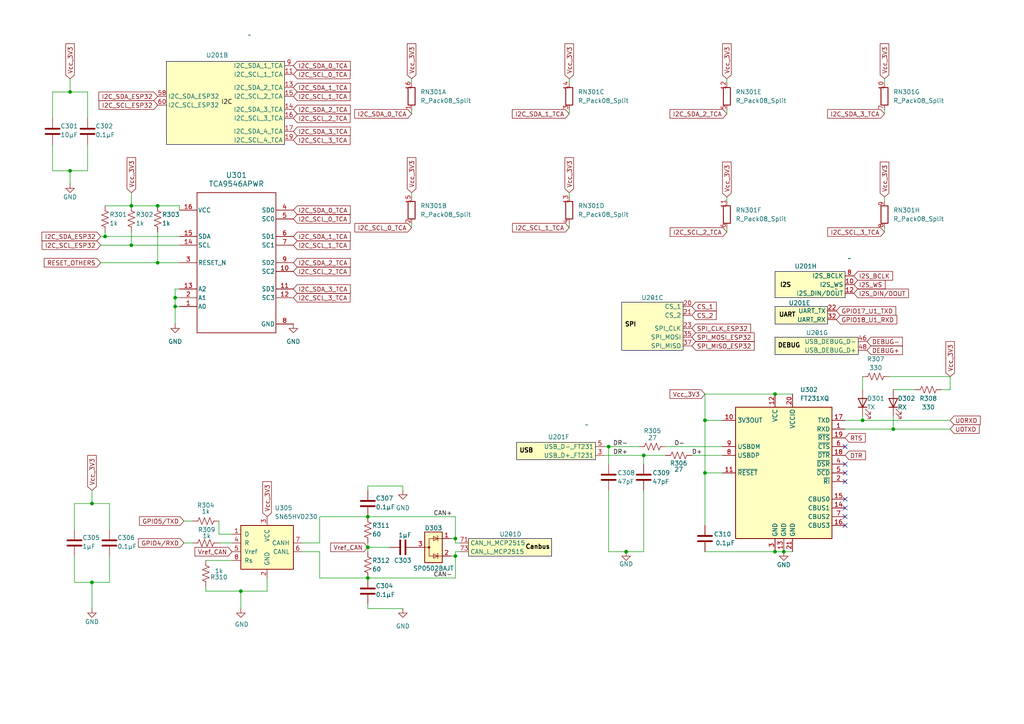
<source format=kicad_sch>
(kicad_sch (version 20231120) (generator "eeschema") (generator_version "8.0")
  (paper "A4")
  (junction (at 181.61 160.02))
  (junction (at 26.67 168.91))
  (junction (at 45.72 76.2))
  (junction (at 227.33 160.02))
  (junction (at 38.1 71.12))
  (junction (at 250.19 121.92))
  (junction (at 259.08 124.46))
  (junction (at 106.68 167.64))
  (junction (at 26.67 146.05))
  (junction (at 224.79 160.02))
  (junction (at 50.8 88.9))
  (junction (at 38.1 59.69))
  (junction (at 20.32 49.53))
  (junction (at 106.68 149.86))
  (junction (at 50.8 86.36))
  (junction (at 224.79 114.3))
  (junction (at 186.69 132.08))
  (junction (at 132.08 161.29))
  (junction (at 20.32 26.67))
  (junction (at 45.72 59.69))
  (junction (at 204.47 137.16))
  (junction (at 204.47 121.92))
  (junction (at 132.08 156.21))
  (junction (at 176.53 129.54))
  (junction (at 69.85 171.45))
  (junction (at 106.68 158.75))
  (junction (at 30.48 68.58))
  (no_connect (at 245.11 147.32))
  (no_connect (at 245.11 139.7))
  (no_connect (at 245.11 144.78))
  (no_connect (at 245.11 129.54))
  (no_connect (at 245.11 149.86))
  (no_connect (at 245.11 134.62))
  (no_connect (at 245.11 152.4))
  (no_connect (at 245.11 137.16))
  (wire (pts (xy 106.68 149.86) (xy 132.08 149.86)))
  (wire (pts (xy 256.54 22.86) (xy 256.54 24.13)))
  (wire (pts (xy 245.11 121.92) (xy 250.19 121.92)))
  (wire (pts (xy 186.69 142.24) (xy 186.69 160.02)))
  (wire (pts (xy 106.68 158.75) (xy 113.03 158.75)))
  (wire (pts (xy 224.79 160.02) (xy 227.33 160.02)))
  (wire (pts (xy 176.53 142.24) (xy 176.53 160.02)))
  (wire (pts (xy 38.1 59.69) (xy 30.48 59.69)))
  (wire (pts (xy 224.79 114.3) (xy 229.87 114.3)))
  (wire (pts (xy 204.47 121.92) (xy 209.55 121.92)))
  (wire (pts (xy 45.72 76.2) (xy 52.07 76.2)))
  (wire (pts (xy 227.33 160.02) (xy 229.87 160.02)))
  (wire (pts (xy 132.08 156.21) (xy 132.08 157.48)))
  (wire (pts (xy 204.47 121.92) (xy 204.47 114.3)))
  (wire (pts (xy 119.38 64.77) (xy 119.38 66.04)))
  (wire (pts (xy 63.5 154.94) (xy 67.31 154.94)))
  (wire (pts (xy 21.59 153.67) (xy 21.59 146.05)))
  (wire (pts (xy 176.53 129.54) (xy 175.26 129.54)))
  (wire (pts (xy 185.42 129.54) (xy 176.53 129.54)))
  (wire (pts (xy 29.21 68.58) (xy 30.48 68.58)))
  (wire (pts (xy 26.67 176.53) (xy 26.67 168.91)))
  (wire (pts (xy 165.1 64.77) (xy 165.1 66.04)))
  (wire (pts (xy 21.59 168.91) (xy 21.59 161.29)))
  (wire (pts (xy 106.68 140.97) (xy 116.84 140.97)))
  (wire (pts (xy 77.47 171.45) (xy 77.47 167.64)))
  (wire (pts (xy 250.19 120.65) (xy 250.19 121.92)))
  (wire (pts (xy 29.21 71.12) (xy 38.1 71.12)))
  (wire (pts (xy 186.69 160.02) (xy 181.61 160.02)))
  (wire (pts (xy 186.69 132.08) (xy 186.69 134.62)))
  (wire (pts (xy 132.08 160.02) (xy 133.35 160.02)))
  (wire (pts (xy 106.68 157.48) (xy 106.68 158.75)))
  (wire (pts (xy 130.81 156.21) (xy 132.08 156.21)))
  (wire (pts (xy 257.81 109.22) (xy 275.59 109.22)))
  (wire (pts (xy 15.24 34.29) (xy 15.24 26.67)))
  (wire (pts (xy 52.07 59.69) (xy 45.72 59.69)))
  (wire (pts (xy 116.84 140.97) (xy 116.84 142.24)))
  (wire (pts (xy 50.8 83.82) (xy 50.8 86.36)))
  (wire (pts (xy 210.82 22.86) (xy 210.82 24.13)))
  (wire (pts (xy 175.26 132.08) (xy 186.69 132.08)))
  (wire (pts (xy 53.34 157.48) (xy 55.88 157.48)))
  (wire (pts (xy 200.66 132.08) (xy 209.55 132.08)))
  (wire (pts (xy 87.63 157.48) (xy 92.71 157.48)))
  (wire (pts (xy 21.59 146.05) (xy 26.67 146.05)))
  (wire (pts (xy 30.48 67.31) (xy 30.48 68.58)))
  (wire (pts (xy 106.68 142.24) (xy 106.68 140.97)))
  (wire (pts (xy 55.88 151.13) (xy 53.34 151.13)))
  (wire (pts (xy 38.1 67.31) (xy 38.1 71.12)))
  (wire (pts (xy 132.08 157.48) (xy 133.35 157.48)))
  (wire (pts (xy 193.04 129.54) (xy 209.55 129.54)))
  (wire (pts (xy 26.67 168.91) (xy 31.75 168.91)))
  (wire (pts (xy 52.07 83.82) (xy 50.8 83.82)))
  (wire (pts (xy 20.32 26.67) (xy 25.4 26.67)))
  (wire (pts (xy 25.4 26.67) (xy 25.4 34.29)))
  (wire (pts (xy 250.19 121.92) (xy 275.59 121.92)))
  (wire (pts (xy 130.81 161.29) (xy 132.08 161.29)))
  (wire (pts (xy 275.59 113.03) (xy 273.05 113.03)))
  (wire (pts (xy 106.68 158.75) (xy 106.68 160.02)))
  (wire (pts (xy 69.85 171.45) (xy 77.47 171.45)))
  (wire (pts (xy 50.8 93.98) (xy 50.8 88.9)))
  (wire (pts (xy 275.59 109.22) (xy 275.59 113.03)))
  (wire (pts (xy 31.75 161.29) (xy 31.75 168.91)))
  (wire (pts (xy 259.08 120.65) (xy 259.08 124.46)))
  (wire (pts (xy 50.8 86.36) (xy 52.07 86.36)))
  (wire (pts (xy 106.68 176.53) (xy 106.68 175.26)))
  (wire (pts (xy 92.71 167.64) (xy 106.68 167.64)))
  (wire (pts (xy 50.8 88.9) (xy 52.07 88.9)))
  (wire (pts (xy 69.85 176.53) (xy 69.85 171.45)))
  (wire (pts (xy 21.59 168.91) (xy 26.67 168.91)))
  (wire (pts (xy 30.48 68.58) (xy 52.07 68.58)))
  (wire (pts (xy 38.1 71.12) (xy 52.07 71.12)))
  (wire (pts (xy 256.54 66.04) (xy 256.54 67.31)))
  (wire (pts (xy 176.53 129.54) (xy 176.53 134.62)))
  (wire (pts (xy 15.24 26.67) (xy 20.32 26.67)))
  (wire (pts (xy 52.07 60.96) (xy 52.07 59.69)))
  (wire (pts (xy 15.24 49.53) (xy 15.24 41.91)))
  (wire (pts (xy 20.32 49.53) (xy 25.4 49.53)))
  (wire (pts (xy 45.72 67.31) (xy 45.72 76.2)))
  (wire (pts (xy 59.69 170.18) (xy 59.69 171.45)))
  (wire (pts (xy 59.69 171.45) (xy 69.85 171.45)))
  (wire (pts (xy 92.71 160.02) (xy 92.71 167.64)))
  (wire (pts (xy 20.32 49.53) (xy 15.24 49.53)))
  (wire (pts (xy 116.84 176.53) (xy 106.68 176.53)))
  (wire (pts (xy 106.68 167.64) (xy 132.08 167.64)))
  (wire (pts (xy 165.1 31.75) (xy 165.1 33.02)))
  (wire (pts (xy 132.08 149.86) (xy 132.08 156.21)))
  (wire (pts (xy 38.1 55.88) (xy 38.1 59.69)))
  (wire (pts (xy 63.5 157.48) (xy 67.31 157.48)))
  (wire (pts (xy 119.38 55.88) (xy 119.38 57.15)))
  (wire (pts (xy 210.82 57.15) (xy 210.82 58.42)))
  (wire (pts (xy 63.5 151.13) (xy 63.5 154.94)))
  (wire (pts (xy 119.38 22.86) (xy 119.38 24.13)))
  (wire (pts (xy 45.72 59.69) (xy 38.1 59.69)))
  (wire (pts (xy 26.67 142.24) (xy 26.67 146.05)))
  (wire (pts (xy 119.38 31.75) (xy 119.38 33.02)))
  (wire (pts (xy 256.54 31.75) (xy 256.54 33.02)))
  (wire (pts (xy 20.32 22.86) (xy 20.32 26.67)))
  (wire (pts (xy 26.67 146.05) (xy 31.75 146.05)))
  (wire (pts (xy 45.72 76.2) (xy 29.21 76.2)))
  (wire (pts (xy 204.47 114.3) (xy 224.79 114.3)))
  (wire (pts (xy 92.71 157.48) (xy 92.71 149.86)))
  (wire (pts (xy 204.47 137.16) (xy 204.47 152.4)))
  (wire (pts (xy 59.69 162.56) (xy 67.31 162.56)))
  (wire (pts (xy 186.69 132.08) (xy 193.04 132.08)))
  (wire (pts (xy 250.19 109.22) (xy 250.19 113.03)))
  (wire (pts (xy 31.75 146.05) (xy 31.75 153.67)))
  (wire (pts (xy 210.82 66.04) (xy 210.82 67.31)))
  (wire (pts (xy 132.08 161.29) (xy 132.08 160.02)))
  (wire (pts (xy 259.08 113.03) (xy 265.43 113.03)))
  (wire (pts (xy 25.4 41.91) (xy 25.4 49.53)))
  (wire (pts (xy 132.08 167.64) (xy 132.08 161.29)))
  (wire (pts (xy 165.1 22.86) (xy 165.1 24.13)))
  (wire (pts (xy 259.08 124.46) (xy 275.59 124.46)))
  (wire (pts (xy 92.71 149.86) (xy 106.68 149.86)))
  (wire (pts (xy 87.63 160.02) (xy 92.71 160.02)))
  (wire (pts (xy 209.55 137.16) (xy 204.47 137.16)))
  (wire (pts (xy 50.8 86.36) (xy 50.8 88.9)))
  (wire (pts (xy 256.54 57.15) (xy 256.54 58.42)))
  (wire (pts (xy 165.1 55.88) (xy 165.1 57.15)))
  (wire (pts (xy 176.53 160.02) (xy 181.61 160.02)))
  (wire (pts (xy 204.47 160.02) (xy 224.79 160.02)))
  (wire (pts (xy 20.32 53.34) (xy 20.32 49.53)))
  (wire (pts (xy 210.82 31.75) (xy 210.82 33.02)))
  (wire (pts (xy 245.11 124.46) (xy 259.08 124.46)))
  (wire (pts (xy 204.47 137.16) (xy 204.47 121.92)))
  (label "CAN+" (at 125.73 149.86 0))
  (label "CAN-" (at 125.73 167.64 0))
  (label "DR-" (at 177.8 129.54 0))
  (label "D+" (at 200.66 132.08 0))
  (label "D-" (at 195.58 129.54 0))
  (label "DR+" (at 177.8 132.08 0))
  (global_label "I2C_SCL_1_TCA" (shape input) (at 85.09 27.94 0) (property "Intersheetrefs" "${INTERSHEET_REFS}" (effects (hide yes))))
  (global_label "I2C_SCL_0_TCA" (shape input) (at 119.38 66.04 180) (property "Intersheetrefs" "${INTERSHEET_REFS}" (effects (hide yes))))
  (global_label "U0TXD" (shape input) (at 275.59 124.46 0) (property "Intersheetrefs" "${INTERSHEET_REFS}" (effects (hide yes))))
  (global_label "Vcc_3V3" (shape input) (at 119.38 55.88 90) (property "Intersheetrefs" "${INTERSHEET_REFS}" (effects (hide yes))))
  (global_label "U0RXD" (shape input) (at 275.59 121.92 0) (property "Intersheetrefs" "${INTERSHEET_REFS}" (effects (hide yes))))
  (global_label "I2C_SCL_1_TCA" (shape input) (at 165.1 66.04 180) (property "Intersheetrefs" "${INTERSHEET_REFS}" (effects (hide yes))))
  (global_label "Vcc_3V3" (shape input) (at 275.59 109.22 90) (property "Intersheetrefs" "${INTERSHEET_REFS}" (effects (hide yes))))
  (global_label "Vcc_3V3" (shape input) (at 256.54 57.15 90) (property "Intersheetrefs" "${INTERSHEET_REFS}" (effects (hide yes))))
  (global_label "RTS" (shape input) (at 245.11 127 0) (property "Intersheetrefs" "${INTERSHEET_REFS}" (effects (hide yes))))
  (global_label "I2C_SDA_0_TCA" (shape input) (at 85.09 60.96 0) (property "Intersheetrefs" "${INTERSHEET_REFS}" (effects (hide yes))))
  (global_label "I2C_SDA_ESP32" (shape input) (at 45.72 27.94 180) (property "Intersheetrefs" "${INTERSHEET_REFS}" (effects (hide yes))))
  (global_label "I2C_SDA_2_TCA" (shape input) (at 210.82 33.02 180) (property "Intersheetrefs" "${INTERSHEET_REFS}" (effects (hide yes))))
  (global_label "Vcc_3V3" (shape input) (at 26.67 142.24 90) (property "Intersheetrefs" "${INTERSHEET_REFS}" (effects (hide yes))))
  (global_label "I2C_SDA_ESP32" (shape input) (at 29.21 68.58 180) (property "Intersheetrefs" "${INTERSHEET_REFS}" (effects (hide yes))))
  (global_label "I2C_SCL_0_TCA" (shape input) (at 85.09 63.5 0) (property "Intersheetrefs" "${INTERSHEET_REFS}" (effects (hide yes))))
  (global_label "Vref_CAN" (shape input) (at 67.31 160.02 180) (property "Intersheetrefs" "${INTERSHEET_REFS}" (effects (hide yes))))
  (global_label "CS_1" (shape input) (at 200.66 88.9 0) (property "Intersheetrefs" "${INTERSHEET_REFS}" (effects (hide yes))))
  (global_label "I2C_SCL_ESP32" (shape input) (at 29.21 71.12 180) (property "Intersheetrefs" "${INTERSHEET_REFS}" (effects (hide yes))))
  (global_label "I2C_SCL_2_TCA" (shape input) (at 210.82 67.31 180) (property "Intersheetrefs" "${INTERSHEET_REFS}" (effects (hide yes))))
  (global_label "I2C_SCL_1_TCA" (shape input) (at 85.09 71.12 0) (property "Intersheetrefs" "${INTERSHEET_REFS}" (effects (hide yes))))
  (global_label "RESET_OTHERS" (shape input) (at 29.21 76.2 180) (property "Intersheetrefs" "${INTERSHEET_REFS}" (effects (hide yes))))
  (global_label "Vcc_3V3" (shape input) (at 204.47 114.3 180) (property "Intersheetrefs" "${INTERSHEET_REFS}" (effects (hide yes))))
  (global_label "I2S_DIN{slash}DOUT" (shape input) (at 247.65 85.09 0) (property "Intersheetrefs" "${INTERSHEET_REFS}" (effects (hide yes))))
  (global_label "I2C_SDA_3_TCA" (shape input) (at 85.09 38.1 0) (property "Intersheetrefs" "${INTERSHEET_REFS}" (effects (hide yes))))
  (global_label "Vcc_3V3" (shape input) (at 77.47 149.86 90) (property "Intersheetrefs" "${INTERSHEET_REFS}" (effects (hide yes))))
  (global_label "I2C_SCL_2_TCA" (shape input) (at 85.09 34.29 0) (property "Intersheetrefs" "${INTERSHEET_REFS}" (effects (hide yes))))
  (global_label "GPIO18_U1_RXD" (shape input) (at 242.57 92.71 0) (property "Intersheetrefs" "${INTERSHEET_REFS}" (effects (hide yes))))
  (global_label "I2C_SDA_1_TCA" (shape input) (at 85.09 68.58 0) (property "Intersheetrefs" "${INTERSHEET_REFS}" (effects (hide yes))))
  (global_label "DEBUG-" (shape input) (at 251.46 99.06 0) (property "Intersheetrefs" "${INTERSHEET_REFS}" (effects (hide yes))))
  (global_label "Vcc_3V3" (shape input) (at 210.82 22.86 90) (property "Intersheetrefs" "${INTERSHEET_REFS}" (effects (hide yes))))
  (global_label "Vcc_3V3" (shape input) (at 210.82 57.15 90) (property "Intersheetrefs" "${INTERSHEET_REFS}" (effects (hide yes))))
  (global_label "GPIO5{slash}TXD" (shape input) (at 53.34 151.13 180) (property "Intersheetrefs" "${INTERSHEET_REFS}" (effects (hide yes))))
  (global_label "Vcc_3V3" (shape input) (at 119.38 22.86 90) (property "Intersheetrefs" "${INTERSHEET_REFS}" (effects (hide yes))))
  (global_label "Vcc_3V3" (shape input) (at 38.1 55.88 90) (property "Intersheetrefs" "${INTERSHEET_REFS}" (effects (hide yes))))
  (global_label "I2C_SDA_1_TCA" (shape input) (at 85.09 25.4 0) (property "Intersheetrefs" "${INTERSHEET_REFS}" (effects (hide yes))))
  (global_label "I2C_SDA_3_TCA" (shape input) (at 256.54 33.02 180) (property "Intersheetrefs" "${INTERSHEET_REFS}" (effects (hide yes))))
  (global_label "DTR" (shape input) (at 245.11 132.08 0) (property "Intersheetrefs" "${INTERSHEET_REFS}" (effects (hide yes))))
  (global_label "I2S_WS" (shape input) (at 247.65 82.55 0) (property "Intersheetrefs" "${INTERSHEET_REFS}" (effects (hide yes))))
  (global_label "SPI_CLK_ESP32" (shape input) (at 200.66 95.25 0) (property "Intersheetrefs" "${INTERSHEET_REFS}" (effects (hide yes))))
  (global_label "Vref_CAN" (shape input) (at 106.68 158.75 180) (property "Intersheetrefs" "${INTERSHEET_REFS}" (effects (hide yes))))
  (global_label "GPIO4{slash}RXD" (shape input) (at 53.34 157.48 180) (property "Intersheetrefs" "${INTERSHEET_REFS}" (effects (hide yes))))
  (global_label "CS_2" (shape input) (at 200.66 91.44 0) (property "Intersheetrefs" "${INTERSHEET_REFS}" (effects (hide yes))))
  (global_label "Vcc_3V3" (shape input) (at 256.54 22.86 90) (property "Intersheetrefs" "${INTERSHEET_REFS}" (effects (hide yes))))
  (global_label "GPIO17_U1_TXD" (shape input) (at 242.57 90.17 0) (property "Intersheetrefs" "${INTERSHEET_REFS}" (effects (hide yes))))
  (global_label "I2C_SDA_2_TCA" (shape input) (at 85.09 31.75 0) (property "Intersheetrefs" "${INTERSHEET_REFS}" (effects (hide yes))))
  (global_label "I2C_SDA_2_TCA" (shape input) (at 85.09 76.2 0) (property "Intersheetrefs" "${INTERSHEET_REFS}" (effects (hide yes))))
  (global_label "DEBUG+" (shape input) (at 251.46 101.6 0) (property "Intersheetrefs" "${INTERSHEET_REFS}" (effects (hide yes))))
  (global_label "I2C_SCL_3_TCA" (shape input) (at 85.09 86.36 0) (property "Intersheetrefs" "${INTERSHEET_REFS}" (effects (hide yes))))
  (global_label "Vcc_3V3" (shape input) (at 20.32 22.86 90) (property "Intersheetrefs" "${INTERSHEET_REFS}" (effects (hide yes))))
  (global_label "Vcc_3V3" (shape input) (at 165.1 22.86 90) (property "Intersheetrefs" "${INTERSHEET_REFS}" (effects (hide yes))))
  (global_label "I2C_SCL_3_TCA" (shape input) (at 85.09 40.64 0) (property "Intersheetrefs" "${INTERSHEET_REFS}" (effects (hide yes))))
  (global_label "I2C_SDA_3_TCA" (shape input) (at 85.09 83.82 0) (property "Intersheetrefs" "${INTERSHEET_REFS}" (effects (hide yes))))
  (global_label "SPI_MISO_ESP32" (shape input) (at 200.66 100.33 0) (property "Intersheetrefs" "${INTERSHEET_REFS}" (effects (hide yes))))
  (global_label "I2C_SCL_ESP32" (shape input) (at 45.72 30.48 180) (property "Intersheetrefs" "${INTERSHEET_REFS}" (effects (hide yes))))
  (global_label "I2C_SCL_0_TCA" (shape input) (at 85.09 21.59 0) (property "Intersheetrefs" "${INTERSHEET_REFS}" (effects (hide yes))))
  (global_label "Vcc_3V3" (shape input) (at 165.1 55.88 90) (property "Intersheetrefs" "${INTERSHEET_REFS}" (effects (hide yes))))
  (global_label "I2C_SDA_1_TCA" (shape input) (at 165.1 33.02 180) (property "Intersheetrefs" "${INTERSHEET_REFS}" (effects (hide yes))))
  (global_label "I2C_SCL_2_TCA" (shape input) (at 85.09 78.74 0) (property "Intersheetrefs" "${INTERSHEET_REFS}" (effects (hide yes))))
  (global_label "I2C_SDA_0_TCA" (shape input) (at 119.38 33.02 180) (property "Intersheetrefs" "${INTERSHEET_REFS}" (effects (hide yes))))
  (global_label "SPI_MOSI_ESP32" (shape input) (at 200.66 97.79 0) (property "Intersheetrefs" "${INTERSHEET_REFS}" (effects (hide yes))))
  (global_label "I2C_SCL_3_TCA" (shape input) (at 256.54 67.31 180) (property "Intersheetrefs" "${INTERSHEET_REFS}" (effects (hide yes))))
  (global_label "I2S_BCLK" (shape input) (at 247.65 80.01 0) (property "Intersheetrefs" "${INTERSHEET_REFS}" (effects (hide yes))))
  (global_label "I2C_SDA_0_TCA" (shape input) (at 85.09 19.05 0) (property "Intersheetrefs" "${INTERSHEET_REFS}" (effects (hide yes))))
  (symbol (lib_id "Device:R_US") (at 254 109.22 90) (unit 1)
    (property "Reference" "R307" (at 254 104.14 90))
    (property "Value" "330" (at 254 106.68 90))
    (property "Footprint" "Resistor_SMD:R_0805_2012Metric" (effects (hide yes)))
    (property "Description" "Resistor, US symbol" (effects (hide yes)))
  )
  (symbol (lib_id "power:GND") (at 26.67 176.53 0) (unit 1)
    (property "Reference" "#PWR0307" (effects (hide yes)))
    (property "Value" "GND" (at 26.67 180.34 0))
    (property "Description" "Power symbol creates a global label with name \"GND\" , ground" (effects (hide yes)))
  )
  (symbol (lib_id "Device:R_Pack08_Split") (at 256.54 27.94 0) (unit 7)
    (property "Reference" "RN301" (at 259.08 26.6699 0) (effects (justify left)))
    (property "Value" "R_Pack08_Split" (at 259.08 29.2099 0) (effects (justify left)))
    (property "Footprint" "Resistor_SMD:R_Array_Convex_8x0602" (effects (hide yes)))
    (property "Description" "8 resistor network, parallel topology, split" (effects (hide yes)))
  )
  (symbol (lib_id "Device:C") (at 106.68 146.05 0) (unit 1)
    (property "Reference" "C307" (at 108.966 144.526 0) (effects (justify left)))
    (property "Value" "0.1µF" (at 108.966 147.066 0) (effects (justify left)))
    (property "Footprint" "Resistor_SMD:R_0805_2012Metric" (effects (hide yes)))
    (property "Description" "Unpolarized capacitor" (effects (hide yes)))
  )
  (symbol (lib_name "connecteur_SOM_ESP32_V2_1") (lib_id "connecteur_m2_key_E:connecteur_SOM_ESP32_V2") (at 66.04 17.78 0) (unit 2)
    (property "Reference" "U201" (at 62.992 16.002 0))
    (property "Value" "~" (at 72.39 10.16 0))
    (property "Footprint" "connecteur_M2_key_E:NGFF_E" (effects (hide yes)))
  )
  (symbol (lib_id "Device:R_US") (at 106.68 163.83 0) (unit 1)
    (property "Reference" "R312" (at 107.95 162.56 0) (effects (justify left)))
    (property "Value" "60" (at 107.95 165.1 0) (effects (justify left)))
    (property "Footprint" "Resistor_SMD:R_0805_2012Metric" (effects (hide yes)))
    (property "Description" "Resistor, US symbol" (effects (hide yes)))
  )
  (symbol (lib_id "Device:LED") (at 250.19 116.84 90) (unit 1)
    (property "Reference" "D301" (at 251.46 115.57 90) (effects (justify right)))
    (property "Value" "TX" (at 251.46 118.11 90) (effects (justify right)))
    (property "Footprint" "LED_SMD:LED_0805_2012Metric" (effects (hide yes)))
    (property "Description" "Light emitting diode" (effects (hide yes)))
  )
  (symbol (lib_id "power:GND") (at 50.8 93.98 0) (unit 1)
    (property "Reference" "#PWR0303" (effects (hide yes)))
    (property "Value" "GND" (at 50.8 99.06 0))
    (property "Description" "Power symbol creates a global label with name \"GND\" , ground" (effects (hide yes)))
  )
  (symbol (lib_id "Device:R_Pack08_Split") (at 119.38 27.94 0) (unit 1)
    (property "Reference" "RN301" (at 121.92 26.6699 0) (effects (justify left)))
    (property "Value" "R_Pack08_Split" (at 121.92 29.2099 0) (effects (justify left)))
    (property "Footprint" "Resistor_SMD:R_Array_Convex_8x0602" (effects (hide yes)))
    (property "Description" "8 resistor network, parallel topology, split" (effects (hide yes)))
  )
  (symbol (lib_id "connecteur_m2_key_E:connecteur_SOM_ESP32_V2") (at 182.88 93.98 0) (unit 3)
    (property "Reference" "U201" (at 189.23 86.36 0))
    (property "Value" "~" (at 189.23 86.36 0))
    (property "Footprint" "connecteur_M2_key_E:NGFF_E" (effects (hide yes)))
  )
  (symbol (lib_id "Device:R_US") (at 59.69 157.48 90) (unit 1)
    (property "Reference" "R309" (at 59.944 153.67 90))
    (property "Value" "1k" (at 59.944 155.448 90))
    (property "Footprint" "Resistor_SMD:R_0805_2012Metric" (effects (hide yes)))
    (property "Description" "Resistor, US symbol" (effects (hide yes)))
  )
  (symbol (lib_id "Device:R_Pack08_Split") (at 165.1 27.94 0) (unit 3)
    (property "Reference" "RN301" (at 167.64 26.6699 0) (effects (justify left)))
    (property "Value" "R_Pack08_Split" (at 167.64 29.2099 0) (effects (justify left)))
    (property "Footprint" "Resistor_SMD:R_Array_Convex_8x0602" (effects (hide yes)))
    (property "Description" "8 resistor network, parallel topology, split" (effects (hide yes)))
  )
  (symbol (lib_name "connecteur_SOM_ESP32_V2_4") (lib_id "connecteur_m2_key_E:connecteur_SOM_ESP32_V2") (at 240.03 82.55 0) (unit 8)
    (property "Reference" "U201" (at 233.68 77.216 0))
    (property "Value" "~" (at 246.38 74.93 0))
    (property "Footprint" "connecteur_M2_key_E:NGFF_E" (effects (hide yes)))
  )
  (symbol (lib_id "Device:R_Pack08_Split") (at 210.82 27.94 0) (unit 5)
    (property "Reference" "RN301" (at 213.36 26.6699 0) (effects (justify left)))
    (property "Value" "R_Pack08_Split" (at 213.36 29.2099 0) (effects (justify left)))
    (property "Footprint" "Resistor_SMD:R_Array_Convex_8x0602" (effects (hide yes)))
    (property "Description" "8 resistor network, parallel topology, split" (effects (hide yes)))
  )
  (symbol (lib_id "power:GND") (at 20.32 53.34 0) (unit 1)
    (property "Reference" "#PWR0301" (effects (hide yes)))
    (property "Value" "GND" (at 20.32 57.15 0))
    (property "Description" "Power symbol creates a global label with name \"GND\" , ground" (effects (hide yes)))
  )
  (symbol (lib_id "Device:R_US") (at 38.1 63.5 0) (unit 1)
    (property "Reference" "R302" (at 39.37 62.23 0) (effects (justify left)))
    (property "Value" "1k" (at 39.37 64.77 0) (effects (justify left)))
    (property "Footprint" "Resistor_SMD:R_0805_2012Metric" (effects (hide yes)))
    (property "Description" "Resistor, US symbol" (effects (hide yes)))
  )
  (symbol (lib_id "Power_Protection:SP0502BAJT") (at 125.73 158.75 270) (unit 1)
    (property "Reference" "D303" (at 125.73 153.162 90))
    (property "Value" "SP0502BAJT" (at 125.73 164.846 90))
    (property "Footprint" "Package_TO_SOT_SMD:SOT-323_SC-70" (effects (hide yes)))
    (property "Datasheet" "http://www.littelfuse.com/~/media/files/littelfuse/technical%20resources/documents/data%20sheets/sp05xxba.pdf" (effects (hide yes)))
    (property "Description" "TVS Diode Array, 5.5V Standoff, 2 Channels, SC-70 package" (effects (hide yes)))
  )
  (symbol (lib_id "Device:R_US") (at 59.69 151.13 90) (unit 1)
    (property "Reference" "R304" (at 59.69 146.558 90))
    (property "Value" "1k" (at 59.69 148.336 90))
    (property "Footprint" "Resistor_SMD:R_0805_2012Metric" (effects (hide yes)))
    (property "Description" "Resistor, US symbol" (effects (hide yes)))
  )
  (symbol (lib_id "Device:R_Pack08_Split") (at 165.1 60.96 0) (unit 4)
    (property "Reference" "RN301" (at 167.64 59.6899 0) (effects (justify left)))
    (property "Value" "R_Pack08_Split" (at 167.64 62.2299 0) (effects (justify left)))
    (property "Footprint" "Resistor_SMD:R_Array_Convex_8x0602" (effects (hide yes)))
    (property "Description" "8 resistor network, parallel topology, split" (effects (hide yes)))
  )
  (symbol (lib_id "power:GND") (at 116.84 176.53 0) (unit 1)
    (property "Reference" "#PWR0304" (effects (hide yes)))
    (property "Value" "GND" (at 116.84 181.61 0))
    (property "Description" "Power symbol creates a global label with name \"GND\" , ground" (effects (hide yes)))
  )
  (symbol (lib_id "2024-07-09_21-28-53:TCA9546APWR") (at 52.07 60.96 0) (unit 1)
    (property "Reference" "U301" (at 68.58 50.8 0) (effects (font (size 1.524 1.524))))
    (property "Value" "TCA9546APWR" (at 68.58 53.34 0) (effects (font (size 1.524 1.524))))
    (property "Footprint" "Package_SO:TSSOP-16_4.4x5mm_P0.65mm" (effects (hide yes)))
    (property "Datasheet" "TCA9546APWR" (effects (hide yes)))
  )
  (symbol (lib_id "Interface_USB:FT231XQ") (at 227.33 137.16 0) (unit 1)
    (property "Reference" "U302" (at 232.0641 113.03 0) (effects (justify left)))
    (property "Value" "FT231XQ" (at 232.0641 115.57 0) (effects (justify left)))
    (property "Footprint" "Package_DFN_QFN:QFN-20-1EP_4x4mm_P0.5mm_EP2.5x2.5mm" (effects (hide yes)))
    (property "Datasheet" "https://www.ftdichip.com/Support/Documents/DataSheets/ICs/DS_FT231X.pdf" (effects (hide yes)))
    (property "Description" "Full Speed USB to Full Handshake UART, QFN-20" (effects (hide yes)))
  )
  (symbol (lib_id "Device:R_US") (at 30.48 63.5 0) (unit 1)
    (property "Reference" "R301" (at 31.75 62.23 0) (effects (justify left)))
    (property "Value" "1k" (at 31.75 64.77 0) (effects (justify left)))
    (property "Footprint" "Resistor_SMD:R_0805_2012Metric" (effects (hide yes)))
    (property "Description" "Resistor, US symbol" (effects (hide yes)))
  )
  (symbol (lib_id "Interface_CAN_LIN:SN65HVD230") (at 77.47 157.48 0) (unit 1)
    (property "Reference" "U305" (at 79.6641 147.32 0) (effects (justify left)))
    (property "Value" "SN65HVD230" (at 79.6641 149.86 0) (effects (justify left)))
    (property "Footprint" "Package_SO:SOIC-8_3.9x4.9mm_P1.27mm" (effects (hide yes)))
    (property "Datasheet" "http://www.ti.com/lit/ds/symlink/sn65hvd230.pdf" (effects (hide yes)))
    (property "Description" "CAN Bus Transceivers, 3.3V, 1Mbps, Low-Power capabilities, SOIC-8" (effects (hide yes)))
  )
  (symbol (lib_id "Device:R_Pack08_Split") (at 256.54 62.23 0) (unit 8)
    (property "Reference" "RN301" (at 259.08 60.9599 0) (effects (justify left)))
    (property "Value" "R_Pack08_Split" (at 259.08 63.4999 0) (effects (justify left)))
    (property "Footprint" "Resistor_SMD:R_Array_Convex_8x0602" (effects (hide yes)))
    (property "Description" "8 resistor network, parallel topology, split" (effects (hide yes)))
  )
  (symbol (lib_id "Device:R_Pack08_Split") (at 210.82 62.23 0) (unit 6)
    (property "Reference" "RN301" (at 213.36 60.9599 0) (effects (justify left)))
    (property "Value" "R_Pack08_Split" (at 213.36 63.4999 0) (effects (justify left)))
    (property "Footprint" "Resistor_SMD:R_Array_Convex_8x0602" (effects (hide yes)))
    (property "Description" "8 resistor network, parallel topology, split" (effects (hide yes)))
  )
  (symbol (lib_id "power:GND") (at 181.61 160.02 0) (unit 1)
    (property "Reference" "#PWR0308" (effects (hide yes)))
    (property "Value" "GND" (at 181.61 163.576 0))
    (property "Description" "Power symbol creates a global label with name \"GND\" , ground" (effects (hide yes)))
  )
  (symbol (lib_id "Device:C") (at 204.47 156.21 0) (unit 1)
    (property "Reference" "C310" (at 207.01 154.94 0) (effects (justify left)))
    (property "Value" "0.1µF" (at 207.518 157.48 0) (effects (justify left)))
    (property "Footprint" "Resistor_SMD:R_0805_2012Metric" (effects (hide yes)))
    (property "Description" "Unpolarized capacitor" (effects (hide yes)))
  )
  (symbol (lib_id "Device:R_US") (at 106.68 153.67 0) (unit 1)
    (property "Reference" "R311" (at 107.95 152.4 0) (effects (justify left)))
    (property "Value" "60" (at 107.95 154.94 0) (effects (justify left)))
    (property "Footprint" "Resistor_SMD:R_0805_2012Metric" (effects (hide yes)))
    (property "Description" "Resistor, US symbol" (effects (hide yes)))
  )
  (symbol (lib_name "connecteur_SOM_ESP32_V2_5") (lib_id "connecteur_m2_key_E:connecteur_SOM_ESP32_V2") (at 236.22 91.44 0) (unit 5)
    (property "Reference" "U201" (at 231.902 87.884 0))
    (property "Value" "~" (at 242.57 83.82 0))
    (property "Footprint" "connecteur_M2_key_E:NGFF_E" (effects (hide yes)))
  )
  (symbol (lib_id "Device:C") (at 186.69 138.43 0) (unit 1)
    (property "Reference" "C309" (at 189.23 137.16 0) (effects (justify left)))
    (property "Value" "47pF" (at 189.23 139.7 0) (effects (justify left)))
    (property "Footprint" "Resistor_SMD:R_0805_2012Metric" (effects (hide yes)))
    (property "Description" "Unpolarized capacitor" (effects (hide yes)))
  )
  (symbol (lib_id "Device:R_US") (at 189.23 129.54 90) (unit 1)
    (property "Reference" "R305" (at 189.23 124.968 90))
    (property "Value" "27" (at 189.23 127 90))
    (property "Footprint" "Resistor_SMD:R_0805_2012Metric" (effects (hide yes)))
    (property "Description" "Resistor, US symbol" (effects (hide yes)))
  )
  (symbol (lib_id "power:GND") (at 116.84 142.24 0) (unit 1)
    (property "Reference" "#PWR0306" (effects (hide yes)))
    (property "Value" "GND" (at 116.84 147.32 0))
    (property "Description" "Power symbol creates a global label with name \"GND\" , ground" (effects (hide yes)))
  )
  (symbol (lib_id "Device:C") (at 176.53 138.43 0) (unit 1)
    (property "Reference" "C308" (at 179.07 137.16 0) (effects (justify left)))
    (property "Value" "47pF" (at 179.07 139.7 0) (effects (justify left)))
    (property "Footprint" "Resistor_SMD:R_0805_2012Metric" (effects (hide yes)))
    (property "Description" "Unpolarized capacitor" (effects (hide yes)))
  )
  (symbol (lib_id "Device:C") (at 25.4 38.1 0) (unit 1)
    (property "Reference" "C302" (at 27.686 36.576 0) (effects (justify left)))
    (property "Value" "0.1µF" (at 27.686 39.116 0) (effects (justify left)))
    (property "Footprint" "Resistor_SMD:R_0805_2012Metric" (effects (hide yes)))
    (property "Description" "Unpolarized capacitor" (effects (hide yes)))
  )
  (symbol (lib_id "power:GND") (at 85.09 93.98 0) (unit 1)
    (property "Reference" "#PWR0305" (effects (hide yes)))
    (property "Value" "GND" (at 85.09 99.06 0))
    (property "Description" "Power symbol creates a global label with name \"GND\" , ground" (effects (hide yes)))
  )
  (symbol (lib_id "Device:C") (at 21.59 157.48 0) (unit 1)
    (property "Reference" "C305" (at 23.876 155.956 0) (effects (justify left)))
    (property "Value" "1µF" (at 23.876 158.496 0) (effects (justify left)))
    (property "Footprint" "Resistor_SMD:R_0805_2012Metric" (effects (hide yes)))
    (property "Description" "Unpolarized capacitor" (effects (hide yes)))
  )
  (symbol (lib_id "Device:R_US") (at 45.72 63.5 0) (unit 1)
    (property "Reference" "R303" (at 46.99 62.23 0) (effects (justify left)))
    (property "Value" "1k" (at 46.99 64.77 0) (effects (justify left)))
    (property "Footprint" "Resistor_SMD:R_0805_2012Metric" (effects (hide yes)))
    (property "Description" "Resistor, US symbol" (effects (hide yes)))
  )
  (symbol (lib_id "Device:C") (at 106.68 171.45 0) (unit 1)
    (property "Reference" "C304" (at 108.966 169.926 0) (effects (justify left)))
    (property "Value" "0.1µF" (at 108.966 172.466 0) (effects (justify left)))
    (property "Footprint" "Resistor_SMD:R_0805_2012Metric" (effects (hide yes)))
    (property "Description" "Unpolarized capacitor" (effects (hide yes)))
  )
  (symbol (lib_id "Device:R_US") (at 196.85 132.08 90) (unit 1)
    (property "Reference" "R306" (at 196.85 134.366 90))
    (property "Value" "27" (at 196.85 136.144 90))
    (property "Footprint" "Resistor_SMD:R_0805_2012Metric" (effects (hide yes)))
    (property "Description" "Resistor, US symbol" (effects (hide yes)))
  )
  (symbol (lib_id "power:GND") (at 227.33 160.02 0) (unit 1)
    (property "Reference" "#PWR0309" (effects (hide yes)))
    (property "Value" "GND" (at 227.33 163.83 0))
    (property "Description" "Power symbol creates a global label with name \"GND\" , ground" (effects (hide yes)))
  )
  (symbol (lib_id "power:GND") (at 69.85 176.53 0) (unit 1)
    (property "Reference" "#PWR0302" (effects (hide yes)))
    (property "Value" "GND" (at 70.104 181.102 0))
    (property "Description" "Power symbol creates a global label with name \"GND\" , ground" (effects (hide yes)))
  )
  (symbol (lib_id "Device:C") (at 31.75 157.48 0) (unit 1)
    (property "Reference" "C306" (at 34.036 155.956 0) (effects (justify left)))
    (property "Value" "0.1µF" (at 34.036 158.496 0) (effects (justify left)))
    (property "Footprint" "Resistor_SMD:R_0805_2012Metric" (effects (hide yes)))
    (property "Description" "Unpolarized capacitor" (effects (hide yes)))
  )
  (symbol (lib_id "Device:R_Pack08_Split") (at 119.38 60.96 0) (unit 2)
    (property "Reference" "RN301" (at 121.92 59.6899 0) (effects (justify left)))
    (property "Value" "R_Pack08_Split" (at 121.92 62.2299 0) (effects (justify left)))
    (property "Footprint" "Resistor_SMD:R_Array_Convex_8x0602" (effects (hide yes)))
    (property "Description" "8 resistor network, parallel topology, split" (effects (hide yes)))
  )
  (symbol (lib_id "Device:C") (at 116.84 158.75 90) (unit 1)
    (property "Reference" "C303" (at 119.38 162.56 90) (effects (justify left)))
    (property "Value" "1µF" (at 119.38 155.194 90) (effects (justify left)))
    (property "Footprint" "Resistor_SMD:R_0805_2012Metric" (effects (hide yes)))
    (property "Description" "Unpolarized capacitor" (effects (hide yes)))
  )
  (symbol (lib_id "Device:LED") (at 259.08 116.84 90) (unit 1)
    (property "Reference" "D302" (at 260.35 115.57 90) (effects (justify right)))
    (property "Value" "RX" (at 260.35 118.11 90) (effects (justify right)))
    (property "Footprint" "LED_SMD:LED_0805_2012Metric" (effects (hide yes)))
    (property "Description" "Light emitting diode" (effects (hide yes)))
  )
  (symbol (lib_id "Device:R_US") (at 269.24 113.03 90) (unit 1)
    (property "Reference" "R308" (at 269.24 115.57 90))
    (property "Value" "330" (at 269.24 118.11 90))
    (property "Footprint" "Resistor_SMD:R_0805_2012Metric" (effects (hide yes)))
    (property "Description" "Resistor, US symbol" (effects (hide yes)))
  )
  (symbol (lib_name "connecteur_SOM_ESP32_V2_6") (lib_id "connecteur_m2_key_E:connecteur_SOM_ESP32_V2") (at 163.83 130.81 0) (unit 6)
    (property "Reference" "U201" (at 162.052 126.746 0))
    (property "Value" "~" (at 170.18 123.19 0))
    (property "Footprint" "connecteur_M2_key_E:NGFF_E" (effects (hide yes)))
  )
  (symbol (lib_id "Device:R_US") (at 59.69 166.37 180) (unit 1)
    (property "Reference" "R310" (at 63.5 167.386 0))
    (property "Value" "1k" (at 63.5 165.608 0))
    (property "Footprint" "Resistor_SMD:R_0805_2012Metric" (effects (hide yes)))
    (property "Description" "Resistor, US symbol" (effects (hide yes)))
  )
  (symbol (lib_name "connecteur_SOM_ESP32_V2_2") (lib_id "connecteur_m2_key_E:connecteur_SOM_ESP32_V2") (at 238.76 100.33 0) (unit 7)
    (property "Reference" "U201" (at 236.982 96.52 0))
    (property "Value" "~" (at 236.855 96.52 0))
    (property "Footprint" "connecteur_M2_key_E:NGFF_E" (effects (hide yes)))
  )
  (symbol (lib_name "connecteur_SOM_ESP32_V2_3") (lib_id "connecteur_m2_key_E:connecteur_SOM_ESP32_V2") (at 147.32 158.75 0) (mirror y) (unit 4)
    (property "Reference" "U201" (at 148.082 154.94 0))
    (property "Value" "~" (at 147.955 154.94 0))
    (property "Footprint" "connecteur_M2_key_E:NGFF_E" (effects (hide yes)))
  )
  (symbol (lib_id "Device:C") (at 15.24 38.1 0) (unit 1)
    (property "Reference" "C301" (at 17.526 36.576 0) (effects (justify left)))
    (property "Value" "10µF" (at 17.526 39.116 0) (effects (justify left)))
    (property "Footprint" "Resistor_SMD:R_0805_2012Metric" (effects (hide yes)))
    (property "Description" "Unpolarized capacitor" (effects (hide yes)))
  )
)
</source>
